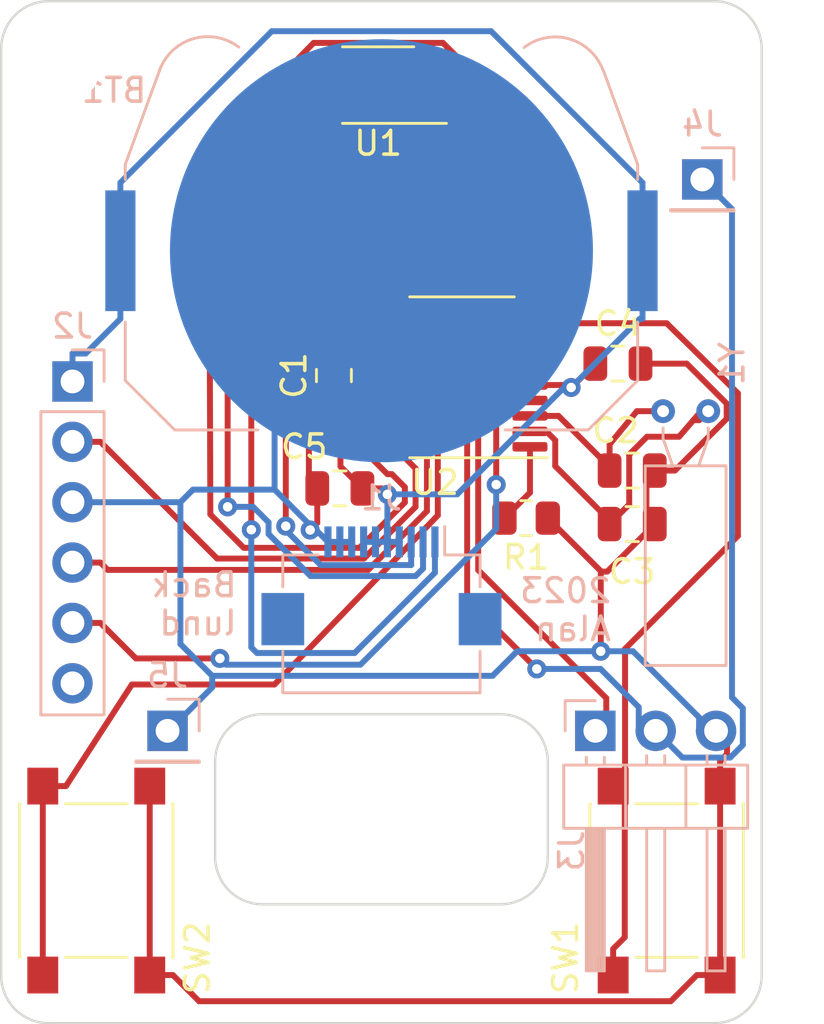
<source format=kicad_pcb>
(kicad_pcb (version 20221018) (generator pcbnew)
  (layers (0 "F.Cu" signal) (31 "B.Cu" signal) (34 "B.Paste" user) (35 "F.Paste" user) (36 "B.SilkS" user "B.Silkscreen") (37 "F.SilkS" user "F.Silkscreen") (38 "B.Mask" user) (39 "F.Mask" user) (44 "Edge.Cuts" user))
  (net 0 "")
  (net 1 "VCC")
  (net 2 "GND")
  (net 3 "Net-(U2-PC14)")
  (net 4 "Net-(U2-PC15)")
  (net 5 "Net-(J1-Pin_1)")
  (net 6 "Net-(J1-Pin_2)")
  (net 7 "Net-(J2-Pin_2)")
  (net 8 "Net-(J2-Pin_4)")
  (net 9 "Net-(J2-Pin_5)")
  (net 10 "Net-(J3-Pin_1)")
  (net 11 "Net-(J3-Pin_2)")
  (net 12 "Net-(U2-BOOT0)")
  (net 13 "Net-(U2-PA3)")
  (net 14 "Net-(U2-PA4)")
  (net 15 "Net-(U1-SDA)")
  (net 16 "Net-(U1-SCL)")
  (net 19 "Net-(J1-Pin_3)")
  (footprint "Capacitor_SMD:C_0805_2012Metric" (layer "F.Cu") (at 114 115.75 90)
    (fp_text reference "C1" (at 0 -1.68 90) (layer "F.SilkS"))
    (fp_text value "0.1u" hide)
    (fp_line (start -0.261252 -0.735) (end 0.261252 -0.735) (stroke (width 0.12)) (layer "F.SilkS"))
    (fp_line (start -0.261252 0.735) (end 0.261252 0.735) (stroke (width 0.12)) (layer "F.SilkS"))
    (pad "1" smd roundrect (at -0.95 0 90) (size 1 1.45) (layers "F.Cu" "F.Paste" "F.Mask") (net 1 "VCC"))
    (pad "2" smd roundrect (at 0.95 0 90) (size 1 1.45) (layers "F.Cu" "F.Paste" "F.Mask") (net 2 "GND"))
  )
  (footprint "Capacitor_SMD:C_0805_2012Metric" (layer "F.Cu") (at 126.55 122)
    (fp_text reference "C3" (at 0 2) (layer "F.SilkS"))
    (fp_text value "12.5p" hide)
    (fp_line (start -0.261252 -0.735) (end 0.261252 -0.735) (stroke (width 0.12)) (layer "F.SilkS"))
    (fp_line (start -0.261252 0.735) (end 0.261252 0.735) (stroke (width 0.12)) (layer "F.SilkS"))
    (pad "1" smd roundrect (at -0.95 0) (size 1 1.45) (layers "F.Cu" "F.Paste" "F.Mask") (net 3 "Net-(U2-PC14)"))
    (pad "2" smd roundrect (at 0.95 0) (size 1 1.45) (layers "F.Cu" "F.Paste" "F.Mask") (net 2 "GND"))
  )
  (footprint "Package_SO:HVSSOP-8-1EP_3x3mm_P0.65mm_EP1.57x1.89mm" (layer "F.Cu") (at 115.86 103.53 180)
    (fp_text reference "U1" (at 0 -2.45) (layer "F.SilkS"))
    (fp_text value "LM75B")
    (fp_line (start 0 -1.61) (end -2.875 -1.61) (stroke (width 0.12)) (layer "F.SilkS"))
    (fp_line (start 0 -1.61) (end 1.5 -1.61) (stroke (width 0.12)) (layer "F.SilkS"))
    (fp_line (start 0 1.61) (end -1.5 1.61) (stroke (width 0.12)) (layer "F.SilkS"))
    (fp_line (start 0 1.61) (end 1.5 1.61) (stroke (width 0.12)) (layer "F.SilkS"))
    (pad "1" smd roundrect (at -2.15 -0.975 180) (size 1.45 0.5) (layers "F.Cu" "F.Paste" "F.Mask") (net 15 "Net-(U1-SDA)"))
    (pad "2" smd roundrect (at -2.15 -0.325 180) (size 1.45 0.5) (layers "F.Cu" "F.Paste" "F.Mask") (net 16 "Net-(U1-SCL)"))
    (pad "3" smd roundrect (at -2.15 0.325 180) (size 1.45 0.5) (layers "F.Cu" "F.Paste" "F.Mask"))
    (pad "4" smd roundrect (at -2.15 0.975 180) (size 1.45 0.5) (layers "F.Cu" "F.Paste" "F.Mask") (net 2 "GND"))
    (pad "5" smd roundrect (at 2.15 0.975 180) (size 1.45 0.5) (layers "F.Cu" "F.Paste" "F.Mask") (net 2 "GND"))
    (pad "6" smd roundrect (at 2.15 0.325 180) (size 1.45 0.5) (layers "F.Cu" "F.Paste" "F.Mask") (net 2 "GND"))
    (pad "7" smd roundrect (at 2.15 -0.325 180) (size 1.45 0.5) (layers "F.Cu" "F.Paste" "F.Mask") (net 2 "GND"))
    (pad "8" smd roundrect (at 2.15 -0.975 180) (size 1.45 0.5) (layers "F.Cu" "F.Paste" "F.Mask") (net 1 "VCC"))
    (pad "9" smd rect (at 0 0 180) (size 1.57 1.89) (layers "F.Cu" "F.Mask"))
  )
  (footprint "Package_SO:TSSOP-20_4.4x6.5mm_P0.65mm" (layer "F.Cu") (at 119.3875 115.825 180)
    (fp_text reference "U2" (at 1.1375 -4.425) (layer "F.SilkS"))
    (fp_text value "STM32L031F6Px" hide)
    (fp_line (start 0 -3.385) (end -3.6 -3.385) (stroke (width 0.12)) (layer "F.SilkS"))
    (fp_line (start 0 -3.385) (end 2.2 -3.385) (stroke (width 0.12)) (layer "F.SilkS"))
    (fp_line (start 0 3.385) (end -2.2 3.385) (stroke (width 0.12)) (layer "F.SilkS"))
    (fp_line (start 0 3.385) (end 2.2 3.385) (stroke (width 0.12)) (layer "F.SilkS"))
    (pad "1" smd roundrect (at -2.8625 -2.925 180) (size 1.475 0.4) (layers "F.Cu" "F.Paste" "F.Mask") (net 12 "Net-(U2-BOOT0)"))
    (pad "2" smd roundrect (at -2.8625 -2.275 180) (size 1.475 0.4) (layers "F.Cu" "F.Paste" "F.Mask") (net 3 "Net-(U2-PC14)"))
    (pad "3" smd roundrect (at -2.8625 -1.625 180) (size 1.475 0.4) (layers "F.Cu" "F.Paste" "F.Mask") (net 4 "Net-(U2-PC15)"))
    (pad "4" smd roundrect (at -2.8625 -0.975 180) (size 1.475 0.4) (layers "F.Cu" "F.Paste" "F.Mask") (net 9 "Net-(J2-Pin_5)"))
    (pad "5" smd roundrect (at -2.8625 -0.325 180) (size 1.475 0.4) (layers "F.Cu" "F.Paste" "F.Mask") (net 1 "VCC"))
    (pad "6" smd roundrect (at -2.8625 0.325 180) (size 1.475 0.4) (layers "F.Cu" "F.Paste" "F.Mask") (net 10 "Net-(J3-Pin_1)"))
    (pad "7" smd roundrect (at -2.8625 0.975 180) (size 1.475 0.4) (layers "F.Cu" "F.Paste" "F.Mask") (net 11 "Net-(J3-Pin_2)"))
    (pad "8" smd roundrect (at -2.8625 1.625 180) (size 1.475 0.4) (layers "F.Cu" "F.Paste" "F.Mask"))
    (pad "9" smd roundrect (at -2.8625 2.275 180) (size 1.475 0.4) (layers "F.Cu" "F.Paste" "F.Mask") (net 13 "Net-(U2-PA3)"))
    (pad "10" smd roundrect (at -2.8625 2.925 180) (size 1.475 0.4) (layers "F.Cu" "F.Paste" "F.Mask") (net 14 "Net-(U2-PA4)"))
    (pad "11" smd roundrect (at 2.8625 2.925 180) (size 1.475 0.4) (layers "F.Cu" "F.Paste" "F.Mask") (net 5 "Net-(J1-Pin_1)"))
    (pad "12" smd roundrect (at 2.8625 2.275 180) (size 1.475 0.4) (layers "F.Cu" "F.Paste" "F.Mask") (net 19 "Net-(J1-Pin_3)"))
    (pad "13" smd roundrect (at 2.8625 1.625 180) (size 1.475 0.4) (layers "F.Cu" "F.Paste" "F.Mask") (net 6 "Net-(J1-Pin_2)"))
    (pad "14" smd roundrect (at 2.8625 0.975 180) (size 1.475 0.4) (layers "F.Cu" "F.Paste" "F.Mask"))
    (pad "15" smd roundrect (at 2.8625 0.325 180) (size 1.475 0.4) (layers "F.Cu" "F.Paste" "F.Mask") (net 2 "GND"))
    (pad "16" smd roundrect (at 2.8625 -0.325 180) (size 1.475 0.4) (layers "F.Cu" "F.Paste" "F.Mask") (net 1 "VCC"))
    (pad "17" smd roundrect (at 2.8625 -0.975 180) (size 1.475 0.4) (layers "F.Cu" "F.Paste" "F.Mask") (net 16 "Net-(U1-SCL)"))
    (pad "18" smd roundrect (at 2.8625 -1.625 180) (size 1.475 0.4) (layers "F.Cu" "F.Paste" "F.Mask") (net 15 "Net-(U1-SDA)"))
    (pad "19" smd roundrect (at 2.8625 -2.275 180) (size 1.475 0.4) (layers "F.Cu" "F.Paste" "F.Mask") (net 8 "Net-(J2-Pin_4)"))
    (pad "20" smd roundrect (at 2.8625 -2.925 180) (size 1.475 0.4) (layers "F.Cu" "F.Paste" "F.Mask") (net 7 "Net-(J2-Pin_2)"))
  )
  (footprint "Button_Switch_SMD:SW_Push_1P1T_NO_6x6mm_H9.5mm" (layer "F.Cu") (at 128 137 90)
    (fp_text reference "SW1" (at -3.25 -4.25 90) (layer "F.SilkS"))
    (fp_text value "Right")
    (fp_line (start -3.23 -3.23) (end 3.23 -3.23) (stroke (width 0.12)) (layer "F.SilkS"))
    (fp_line (start -3.23 -3.2) (end -3.23 -3.23) (stroke (width 0.12)) (layer "F.SilkS"))
    (fp_line (start -3.23 -1.3) (end -3.23 1.3) (stroke (width 0.12)) (layer "F.SilkS"))
    (fp_line (start -3.23 3.23) (end -3.23 3.2) (stroke (width 0.12)) (layer "F.SilkS"))
    (fp_line (start -3.23 3.23) (end 3.23 3.23) (stroke (width 0.12)) (layer "F.SilkS"))
    (fp_line (start 3.23 -3.23) (end 3.23 -3.2) (stroke (width 0.12)) (layer "F.SilkS"))
    (fp_line (start 3.23 -1.3) (end 3.23 1.3) (stroke (width 0.12)) (layer "F.SilkS"))
    (fp_line (start 3.23 3.23) (end 3.23 3.2) (stroke (width 0.12)) (layer "F.SilkS"))
    (pad "1" smd rect (at -3.975 -2.25 90) (size 1.55 1.3) (layers "F.Cu" "F.Paste" "F.Mask") (net 13 "Net-(U2-PA3)"))
    (pad "1" smd rect (at 3.975 -2.25 90) (size 1.55 1.3) (layers "F.Cu" "F.Paste" "F.Mask") (net 13 "Net-(U2-PA3)"))
    (pad "2" smd rect (at -3.975 2.25 90) (size 1.55 1.3) (layers "F.Cu" "F.Paste" "F.Mask") (net 2 "GND"))
    (pad "2" smd rect (at 3.975 2.25 90) (size 1.55 1.3) (layers "F.Cu" "F.Paste" "F.Mask") (net 2 "GND"))
  )
  (footprint "Resistor_SMD:R_0805_2012Metric" (layer "F.Cu") (at 122.0875 121.75 180)
    (fp_text reference "R1" (at 0 -1.65) (layer "F.SilkS"))
    (fp_text value "100k" hide)
    (fp_line (start -0.227064 -0.735) (end 0.227064 -0.735) (stroke (width 0.12)) (layer "F.SilkS"))
    (fp_line (start -0.227064 0.735) (end 0.227064 0.735) (stroke (width 0.12)) (layer "F.SilkS"))
    (pad "1" smd roundrect (at -0.9125 0 180) (size 1.025 1.4) (layers "F.Cu" "F.Paste" "F.Mask") (roundrect_rratio 0.243902439) (net 2 "GND"))
    (pad "2" smd roundrect (at 0.9125 0 180) (size 1.025 1.4) (layers "F.Cu" "F.Paste" "F.Mask") (roundrect_rratio 0.243902439) (net 12 "Net-(U2-BOOT0)"))
  )
  (footprint "Capacitor_SMD:C_0805_2012Metric" (layer "F.Cu") (at 126.55 119.75)
    (fp_text reference "C2" (at -0.7 -1.68) (layer "F.SilkS"))
    (fp_text value "12.5p" hide)
    (fp_line (start -0.261252 -0.735) (end 0.261252 -0.735) (stroke (width 0.12)) (layer "F.SilkS"))
    (fp_line (start -0.261252 0.735) (end 0.261252 0.735) (stroke (width 0.12)) (layer "F.SilkS"))
    (pad "1" smd roundrect (at -0.95 0) (size 1 1.45) (layers "F.Cu" "F.Paste" "F.Mask") (net 4 "Net-(U2-PC15)"))
    (pad "2" smd roundrect (at 0.95 0) (size 1 1.45) (layers "F.Cu" "F.Paste" "F.Mask") (net 2 "GND"))
  )
  (footprint "Button_Switch_SMD:SW_Push_1P1T_NO_6x6mm_H9.5mm" (layer "F.Cu") (at 104 137 90)
    (fp_text reference "SW2" (at -3.25 4.25 90) (layer "F.SilkS"))
    (fp_text value "Left")
    (fp_line (start -3.23 -3.23) (end 3.23 -3.23) (stroke (width 0.12)) (layer "F.SilkS"))
    (fp_line (start -3.23 -3.2) (end -3.23 -3.23) (stroke (width 0.12)) (layer "F.SilkS"))
    (fp_line (start -3.23 -1.3) (end -3.23 1.3) (stroke (width 0.12)) (layer "F.SilkS"))
    (fp_line (start -3.23 3.23) (end -3.23 3.2) (stroke (width 0.12)) (layer "F.SilkS"))
    (fp_line (start -3.23 3.23) (end 3.23 3.23) (stroke (width 0.12)) (layer "F.SilkS"))
    (fp_line (start 3.23 -3.23) (end 3.23 -3.2) (stroke (width 0.12)) (layer "F.SilkS"))
    (fp_line (start 3.23 -1.3) (end 3.23 1.3) (stroke (width 0.12)) (layer "F.SilkS"))
    (fp_line (start 3.23 3.23) (end 3.23 3.2) (stroke (width 0.12)) (layer "F.SilkS"))
    (pad "1" smd rect (at -3.975 -2.25 90) (size 1.55 1.3) (layers "F.Cu" "F.Paste" "F.Mask") (net 14 "Net-(U2-PA4)"))
    (pad "1" smd rect (at 3.975 -2.25 90) (size 1.55 1.3) (layers "F.Cu" "F.Paste" "F.Mask") (net 14 "Net-(U2-PA4)"))
    (pad "2" smd rect (at -3.975 2.25 90) (size 1.55 1.3) (layers "F.Cu" "F.Paste" "F.Mask") (net 2 "GND"))
    (pad "2" smd rect (at 3.975 2.25 90) (size 1.55 1.3) (layers "F.Cu" "F.Paste" "F.Mask") (net 2 "GND"))
  )
  (footprint "MountingHole:MountingHole_2.2mm_M2" (layer "F.Cu") (at 129 103)
    (fp_text reference "REF02" hide)
    (fp_text value "MountingHole_2.2mm_M2" hide)
    (pad "" np_thru_hole circle (at 0 0) (size 2.2 2.2) (drill 2.2) (layers "F&B.Cu" "*.Mask"))
  )
  (footprint "MountingHole:MountingHole_2.2mm_M2" (layer "F.Cu") (at 116 140.25)
    (fp_text reference "REF00" hide)
    (fp_text value "MountingHole_2.2mm_M2" hide)
    (pad "" np_thru_hole circle (at 0 0) (size 2.2 2.2) (drill 2.2) (layers "F&B.Cu" "*.Mask"))
  )
  (footprint "MountingHole:MountingHole_2.2mm_M2" (layer "F.Cu") (at 103 103)
    (fp_text reference "REF01" hide)
    (fp_text value "MountingHole_2.2mm_M2" hide)
    (pad "" np_thru_hole circle (at 0 0) (size 2.2 2.2) (drill 2.2) (layers "F&B.Cu" "*.Mask"))
  )
  (footprint "Capacitor_SMD:C_0805_2012Metric" (layer "F.Cu") (at 125.95 115.25)
    (fp_text reference "C4" (at 0 -1.68) (layer "F.SilkS"))
    (fp_text value "0.1u" hide)
    (fp_line (start -0.261252 -0.735) (end 0.261252 -0.735) (stroke (width 0.12)) (layer "F.SilkS"))
    (fp_line (start -0.261252 0.735) (end 0.261252 0.735) (stroke (width 0.12)) (layer "F.SilkS"))
    (pad "1" smd roundrect (at -0.95 0) (size 1 1.45) (layers "F.Cu" "F.Paste" "F.Mask") (net 1 "VCC"))
    (pad "2" smd roundrect (at 0.95 0) (size 1 1.45) (layers "F.Cu" "F.Paste" "F.Mask") (net 2 "GND"))
  )
  (footprint "Capacitor_SMD:C_0805_2012Metric" (layer "F.Cu") (at 114.25 120.5 180)
    (fp_text reference "C5" (at 1.5 1.75) (layer "F.SilkS"))
    (fp_text value "0.1u" hide)
    (fp_line (start -0.261252 -0.735) (end 0.261252 -0.735) (stroke (width 0.12)) (layer "F.SilkS"))
    (fp_line (start -0.261252 0.735) (end 0.261252 0.735) (stroke (width 0.12)) (layer "F.SilkS"))
    (pad "1" smd roundrect (at -0.95 0 180) (size 1 1.45) (layers "F.Cu" "F.Paste" "F.Mask") (net 1 "VCC"))
    (pad "2" smd roundrect (at 0.95 0 180) (size 1 1.45) (layers "F.Cu" "F.Paste" "F.Mask") (net 2 "GND"))
  )
  (footprint "Connector_FFC-FPC:Hirose_FH12-10S-0.5SH_1x10-1MP_P0.50mm_Horizontal" (layer "B.Cu") (at 116 124.6 180)
    (fp_text reference "J1" (at 0 3.7) (layer "B.SilkS") (effects (justify mirror)))
    (fp_text value "LCD")
    (fp_line (start -4.15 -4.5) (end 4.15 -4.5) (stroke (width 0.12)) (layer "B.SilkS"))
    (fp_line (start -4.15 -2.76) (end -4.15 -4.5) (stroke (width 0.12)) (layer "B.SilkS"))
    (fp_line (start -4.15 1.3) (end -4.15 -0.04) (stroke (width 0.12)) (layer "B.SilkS"))
    (fp_line (start -2.66 1.3) (end -4.15 1.3) (stroke (width 0.12)) (layer "B.SilkS"))
    (fp_line (start -2.66 1.3) (end -2.66 2.5) (stroke (width 0.12)) (layer "B.SilkS"))
    (fp_line (start 2.66 1.3) (end 4.15 1.3) (stroke (width 0.12)) (layer "B.SilkS"))
    (fp_line (start 4.15 -4.5) (end 4.15 -2.76) (stroke (width 0.12)) (layer "B.SilkS"))
    (fp_line (start 4.15 1.3) (end 4.15 -0.04) (stroke (width 0.12)) (layer "B.SilkS"))
    (pad "1" smd rect (at -2.25 1.85 180) (size 0.3 1.3) (layers "B.Cu" "B.Paste" "B.Mask") (net 5 "Net-(J1-Pin_1)"))
    (pad "2" smd rect (at -1.75 1.85 180) (size 0.3 1.3) (layers "B.Cu" "B.Paste" "B.Mask") (net 6 "Net-(J1-Pin_2)"))
    (pad "3" smd rect (at -1.25 1.85 180) (size 0.3 1.3) (layers "B.Cu" "B.Paste" "B.Mask") (net 19 "Net-(J1-Pin_3)"))
    (pad "4" smd rect (at -0.75 1.85 180) (size 0.3 1.3) (layers "B.Cu" "B.Paste" "B.Mask") (net 1 "VCC"))
    (pad "5" smd rect (at -0.25 1.85 180) (size 0.3 1.3) (layers "B.Cu" "B.Paste" "B.Mask") (net 1 "VCC"))
    (pad "6" smd rect (at 0.25 1.85 180) (size 0.3 1.3) (layers "B.Cu" "B.Paste" "B.Mask") (net 1 "VCC"))
    (pad "7" smd rect (at 0.75 1.85 180) (size 0.3 1.3) (layers "B.Cu" "B.Paste" "B.Mask") (net 1 "VCC"))
    (pad "8" smd rect (at 1.25 1.85 180) (size 0.3 1.3) (layers "B.Cu" "B.Paste" "B.Mask") (net 2 "GND"))
    (pad "9" smd rect (at 1.75 1.85 180) (size 0.3 1.3) (layers "B.Cu" "B.Paste" "B.Mask") (net 2 "GND"))
    (pad "10" smd rect (at 2.25 1.85 180) (size 0.3 1.3) (layers "B.Cu" "B.Paste" "B.Mask") (net 2 "GND"))
    (pad "MP" smd rect (at -4.15 -1.4 180) (size 1.8 2.2) (layers "B.Cu" "B.Paste" "B.Mask"))
    (pad "MP" smd rect (at 4.15 -1.4 180) (size 1.8 2.2) (layers "B.Cu" "B.Paste" "B.Mask"))
  )
  (footprint "Connector_PinHeader_2.54mm:PinHeader_1x06_P2.54mm_Vertical" (layer "B.Cu") (at 103 116 180)
    (fp_text reference "J2" (at 0 2.33) (layer "B.SilkS") (effects (justify mirror)))
    (fp_text value "SWD")
    (fp_line (start -1.33 -14.03) (end 1.33 -14.03) (stroke (width 0.12)) (layer "B.SilkS"))
    (fp_line (start -1.33 -1.27) (end -1.33 -14.03) (stroke (width 0.12)) (layer "B.SilkS"))
    (fp_line (start -1.33 -1.27) (end 1.33 -1.27) (stroke (width 0.12)) (layer "B.SilkS"))
    (fp_line (start -1.33 0) (end -1.33 1.33) (stroke (width 0.12)) (layer "B.SilkS"))
    (fp_line (start -1.33 1.33) (end 0 1.33) (stroke (width 0.12)) (layer "B.SilkS"))
    (fp_line (start 1.33 -1.27) (end 1.33 -14.03) (stroke (width 0.12)) (layer "B.SilkS"))
    (pad "1" thru_hole rect (at 0 0 180) (size 1.7 1.7) (drill 1) (layers "*.Cu" "*.Mask") (net 1 "VCC"))
    (pad "2" thru_hole oval (at 0 -2.54 180) (size 1.7 1.7) (drill 1) (layers "*.Cu" "*.Mask") (net 7 "Net-(J2-Pin_2)"))
    (pad "3" thru_hole oval (at 0 -5.08 180) (size 1.7 1.7) (drill 1) (layers "*.Cu" "*.Mask") (net 2 "GND"))
    (pad "4" thru_hole oval (at 0 -7.62 180) (size 1.7 1.7) (drill 1) (layers "*.Cu" "*.Mask") (net 8 "Net-(J2-Pin_4)"))
    (pad "5" thru_hole oval (at 0 -10.16 180) (size 1.7 1.7) (drill 1) (layers "*.Cu" "*.Mask") (net 9 "Net-(J2-Pin_5)"))
    (pad "6" thru_hole oval (at 0 -12.7 180) (size 1.7 1.7) (drill 1) (layers "*.Cu" "*.Mask"))
  )
  (footprint "Crystal:Crystal_C38-LF_D3.0mm_L8.0mm_Horizontal" (layer "B.Cu") (at 129.75 117.25 180)
    (fp_text reference "Y1" (at -1 2 90) (layer "B.SilkS") (effects (justify mirror)))
    (fp_text value "32.768kHz")
    (fp_line (start -0.75 -10.7) (end 2.65 -10.7) (stroke (width 0.12)) (layer "B.SilkS"))
    (fp_line (start -0.75 -2.3) (end -0.75 -10.7) (stroke (width 0.12)) (layer "B.SilkS"))
    (fp_line (start 0 -1.15) (end 0 -0.7) (stroke (width 0.12)) (layer "B.SilkS"))
    (fp_line (start 0.405 -2.3) (end 0 -1.15) (stroke (width 0.12)) (layer "B.SilkS"))
    (fp_line (start 1.495 -2.3) (end 1.9 -1.15) (stroke (width 0.12)) (layer "B.SilkS"))
    (fp_line (start 1.9 -1.15) (end 1.9 -0.7) (stroke (width 0.12)) (layer "B.SilkS"))
    (fp_line (start 2.65 -10.7) (end 2.65 -2.3) (stroke (width 0.12)) (layer "B.SilkS"))
    (fp_line (start 2.65 -2.3) (end -0.75 -2.3) (stroke (width 0.12)) (layer "B.SilkS"))
    (pad "1" thru_hole circle (at 0 0 180) (size 1 1) (drill 0.5) (layers "*.Cu" "*.Mask") (net 3 "Net-(U2-PC14)"))
    (pad "2" thru_hole circle (at 1.9 0 180) (size 1 1) (drill 0.5) (layers "*.Cu" "*.Mask") (net 4 "Net-(U2-PC15)"))
  )
  (footprint "Connector_PinHeader_2.54mm:PinHeader_1x03_P2.54mm_Horizontal" (layer "B.Cu") (at 125 130.7 -90)
    (fp_text reference "J3" (at 5.05 1 90) (layer "B.SilkS") (effects (justify mirror)))
    (fp_text value "Sensors")
    (fp_line (start -1.27 0) (end -1.27 1.27) (stroke (width 0.12)) (layer "B.SilkS"))
    (fp_line (start -1.27 1.27) (end 0 1.27) (stroke (width 0.12)) (layer "B.SilkS"))
    (fp_line (start 1.042929 -5.46) (end 1.44 -5.46) (stroke (width 0.12)) (layer "B.SilkS"))
    (fp_line (start 1.042929 -4.7) (end 1.44 -4.7) (stroke (width 0.12)) (layer "B.SilkS"))
    (fp_line (start 1.042929 -2.92) (end 1.44 -2.92) (stroke (width 0.12)) (layer "B.SilkS"))
    (fp_line (start 1.042929 -2.16) (end 1.44 -2.16) (stroke (width 0.12)) (layer "B.SilkS"))
    (fp_line (start 1.11 -0.38) (end 1.44 -0.38) (stroke (width 0.12)) (layer "B.SilkS"))
    (fp_line (start 1.11 0.38) (end 1.44 0.38) (stroke (width 0.12)) (layer "B.SilkS"))
    (fp_line (start 1.44 -6.41) (end 4.1 -6.41) (stroke (width 0.12)) (layer "B.SilkS"))
    (fp_line (start 1.44 -3.81) (end 4.1 -3.81) (stroke (width 0.12)) (layer "B.SilkS"))
    (fp_line (start 1.44 -1.27) (end 4.1 -1.27) (stroke (width 0.12)) (layer "B.SilkS"))
    (fp_line (start 1.44 1.33) (end 1.44 -6.41) (stroke (width 0.12)) (layer "B.SilkS"))
    (fp_line (start 4.1 -6.41) (end 4.1 1.33) (stroke (width 0.12)) (layer "B.SilkS"))
    (fp_line (start 4.1 -4.7) (end 10.1 -4.7) (stroke (width 0.12)) (layer "B.SilkS"))
    (fp_line (start 4.1 -2.16) (end 10.1 -2.16) (stroke (width 0.12)) (layer "B.SilkS"))
    (fp_line (start 4.1 -0.28) (end 10.1 -0.28) (stroke (width 0.12)) (layer "B.SilkS"))
    (fp_line (start 4.1 -0.16) (end 10.1 -0.16) (stroke (width 0.12)) (layer "B.SilkS"))
    (fp_line (start 4.1 -0.04) (end 10.1 -0.04) (stroke (width 0.12)) (layer "B.SilkS"))
    (fp_line (start 4.1 0.08) (end 10.1 0.08) (stroke (width 0.12)) (layer "B.SilkS"))
    (fp_line (start 4.1 0.2) (end 10.1 0.2) (stroke (width 0.12)) (layer "B.SilkS"))
    (fp_line (start 4.1 0.32) (end 10.1 0.32) (stroke (width 0.12)) (layer "B.SilkS"))
    (fp_line (start 4.1 0.38) (end 10.1 0.38) (stroke (width 0.12)) (layer "B.SilkS"))
    (fp_line (start 4.1 1.33) (end 1.44 1.33) (stroke (width 0.12)) (layer "B.SilkS"))
    (fp_line (start 10.1 -5.46) (end 4.1 -5.46) (stroke (width 0.12)) (layer "B.SilkS"))
    (fp_line (start 10.1 -4.7) (end 10.1 -5.46) (stroke (width 0.12)) (layer "B.SilkS"))
    (fp_line (start 10.1 -2.92) (end 4.1 -2.92) (stroke (width 0.12)) (layer "B.SilkS"))
    (fp_line (start 10.1 -2.16) (end 10.1 -2.92) (stroke (width 0.12)) (layer "B.SilkS"))
    (fp_line (start 10.1 -0.38) (end 4.1 -0.38) (stroke (width 0.12)) (layer "B.SilkS"))
    (fp_line (start 10.1 0.38) (end 10.1 -0.38) (stroke (width 0.12)) (layer "B.SilkS"))
    (pad "1" thru_hole rect (at 0 0 270) (size 1.7 1.7) (drill 1) (layers "*.Cu" "*.Mask") (net 10 "Net-(J3-Pin_1)"))
    (pad "2" thru_hole oval (at 0 -2.54 270) (size 1.7 1.7) (drill 1) (layers "*.Cu" "*.Mask") (net 11 "Net-(J3-Pin_2)"))
    (pad "3" thru_hole oval (at 0 -5.08 270) (size 1.7 1.7) (drill 1) (layers "*.Cu" "*.Mask") (net 2 "GND"))
  )
  (footprint "Connector_PinHeader_2.54mm:PinHeader_1x01_P2.54mm_Vertical" (layer "B.Cu") (at 107 130.7 180)
    (fp_text reference "J5" (at 0 2.33) (layer "B.SilkS") (effects (justify mirror)))
    (fp_text value "Sensor Common" hide)
    (fp_line (start -1.33 -1.33) (end 1.33 -1.33) (stroke (width 0.12)) (layer "B.SilkS"))
    (fp_line (start -1.33 -1.27) (end -1.33 -1.33) (stroke (width 0.12)) (layer "B.SilkS"))
    (fp_line (start -1.33 -1.27) (end 1.33 -1.27) (stroke (width 0.12)) (layer "B.SilkS"))
    (fp_line (start -1.33 0) (end -1.33 1.33) (stroke (width 0.12)) (layer "B.SilkS"))
    (fp_line (start -1.33 1.33) (end 0 1.33) (stroke (width 0.12)) (layer "B.SilkS"))
    (fp_line (start 1.33 -1.27) (end 1.33 -1.33) (stroke (width 0.12)) (layer "B.SilkS"))
    (pad "1" thru_hole rect (at 0 0 180) (size 1.7 1.7) (drill 1) (layers "*.Cu" "*.Mask") (net 2 "GND"))
  )
  (footprint "Connector_PinHeader_2.54mm:PinHeader_1x01_P2.54mm_Vertical" (layer "B.Cu") (at 129.5 107.5 180)
    (fp_text reference "J4" (at 0 2.33) (layer "B.SilkS") (effects (justify mirror)))
    (fp_text value "Pedal Sensor")
    (fp_line (start -1.33 -1.33) (end 1.33 -1.33) (stroke (width 0.12)) (layer "B.SilkS"))
    (fp_line (start -1.33 -1.27) (end -1.33 -1.33) (stroke (width 0.12)) (layer "B.SilkS"))
    (fp_line (start -1.33 -1.27) (end 1.33 -1.27) (stroke (width 0.12)) (layer "B.SilkS"))
    (fp_line (start -1.33 0) (end -1.33 1.33) (stroke (width 0.12)) (layer "B.SilkS"))
    (fp_line (start -1.33 1.33) (end 0 1.33) (stroke (width 0.12)) (layer "B.SilkS"))
    (fp_line (start 1.33 -1.27) (end 1.33 -1.33) (stroke (width 0.12)) (layer "B.SilkS"))
    (pad "1" thru_hole rect (at 0 0 180) (size 1.7 1.7) (drill 1) (layers "*.Cu" "*.Mask") (net 11 "Net-(J3-Pin_2)"))
  )
  (footprint "Battery:BatteryHolder_Keystone_3034_1x20mm" (layer "B.Cu") (at 116 110.5)
    (fp_text reference "BT1" (at -11.25 -6.75) (layer "B.SilkS") (effects (justify mirror)))
    (fp_text value "Battery_Cell" hide)
    (fp_line (start -10.78 -3.63) (end -9.34 -7.58) (stroke (width 0.12)) (layer "B.SilkS"))
    (fp_line (start -10.78 -3) (end -10.78 -3.63) (stroke (width 0.12)) (layer "B.SilkS"))
    (fp_line (start -10.78 5.46) (end -10.78 3) (stroke (width 0.12)) (layer "B.SilkS"))
    (fp_line (start -8.7 7.54) (end -10.78 5.46) (stroke (width 0.12)) (layer "B.SilkS"))
    (fp_line (start -5.2 7.54) (end -8.7 7.54) (stroke (width 0.12)) (layer "B.SilkS"))
    (fp_line (start 8.7 7.54) (end 5.2 7.54) (stroke (width 0.12)) (layer "B.SilkS"))
    (fp_line (start 8.7 7.54) (end 10.78 5.46) (stroke (width 0.12)) (layer "B.SilkS"))
    (fp_line (start 10.78 -3.63) (end 9.34 -7.58) (stroke (width 0.12)) (layer "B.SilkS"))
    (fp_line (start 10.78 -3) (end 10.78 -3.63) (stroke (width 0.12)) (layer "B.SilkS"))
    (fp_line (start 10.78 5.46) (end 10.78 3) (stroke (width 0.12)) (layer "B.SilkS"))
    (fp_arc (start -9.34 -7.58) (mid -7.921654 -8.918738) (end -6.003354 -8.56653) (stroke (width 0.12)) (layer "B.SilkS"))
    (fp_arc (start 6 -8.55) (mid 7.90634 -8.911669) (end 9.325243 -7.588169) (stroke (width 0.12)) (layer "B.SilkS"))
    (pad "1" smd rect (at -10.985 0) (size 1.27 5.08) (layers "B.Cu" "B.Paste" "B.Mask") (net 1 "VCC"))
    (pad "1" smd rect (at 10.985 0) (size 1.27 5.08) (layers "B.Cu" "B.Paste" "B.Mask") (net 1 "VCC"))
    (pad "2" smd circle (at 0 0) (size 17.8 17.8) (layers "B.Cu" "B.Mask") (net 2 "GND"))
  )
  (gr_arc (start 132 141) (mid 131.414214 142.414214) (end 130 143) (stroke (width 0.1)) (layer "Edge.Cuts"))
  (gr_line (start 100 141) (end 100 102) (stroke (width 0.1)) (layer "Edge.Cuts"))
  (gr_arc (start 109 132) (mid 109.585786 130.585786) (end 111 130) (stroke (width 0.1)) (layer "Edge.Cuts"))
  (gr_line (start 102 100) (end 130 100) (stroke (width 0.1)) (layer "Edge.Cuts"))
  (gr_line (start 111 138) (end 121 138) (stroke (width 0.1)) (layer "Edge.Cuts"))
  (gr_arc (start 102 143) (mid 100.585786 142.414214) (end 100 141) (stroke (width 0.1)) (layer "Edge.Cuts"))
  (gr_line (start 132 102) (end 132 141) (stroke (width 0.1)) (layer "Edge.Cuts"))
  (gr_arc (start 130 100) (mid 131.414214 100.585786) (end 132 102) (stroke (width 0.1)) (layer "Edge.Cuts"))
  (gr_line (start 111 130) (end 121 130) (stroke (width 0.1)) (layer "Edge.Cuts"))
  (gr_arc (start 100 102) (mid 100.585786 100.585786) (end 102 100) (stroke (width 0.1)) (layer "Edge.Cuts"))
  (gr_line (start 130 143) (end 102 143) (stroke (width 0.1)) (layer "Edge.Cuts"))
  (gr_line (start 123 132) (end 123 136) (stroke (width 0.1)) (layer "Edge.Cuts"))
  (gr_arc (start 121 130) (mid 122.414214 130.585786) (end 123 132) (stroke (width 0.1)) (layer "Edge.Cuts"))
  (gr_arc (start 111 138) (mid 109.585786 137.414214) (end 109 136) (stroke (width 0.1)) (layer "Edge.Cuts"))
  (gr_arc (start 123 136) (mid 122.414214 137.414214) (end 121 138) (stroke (width 0.1)) (layer "Edge.Cuts"))
  (gr_line (start 109 132) (end 109 136) (stroke (width 0.1)) (layer "Edge.Cuts"))
  (gr_text "Back\nlund" (at 110 126.75) (layer "B.SilkS") (effects (font (size 1 1)) (justify left bottom mirror)))
  (gr_text "2023\nAlan" (at 125.75 127) (layer "B.SilkS") (effects (font (size 1 1)) (justify left bottom mirror)))
  (segment (start 122.25 116.15) (end 124.0854 116.15) (width 0.25) (layer "F.Cu") (net 1))
  (segment (start 116.525 116.15) (end 114.55 116.15) (width 0.25) (layer "F.Cu") (net 1))
  (segment (start 116 120.5) (end 116.25 120.75) (width 0.25) (layer "F.Cu") (net 1))
  (segment (start 114.275 119.575) (end 115.2 120.5) (width 0.25) (layer "F.Cu") (net 1))
  (segment (start 124.1 116.15) (end 125 115.25) (width 0.25) (layer "F.Cu") (net 1))
  (segment (start 124.0854 116.15) (end 124.1 116.15) (width 0.25) (layer "F.Cu") (net 1))
  (segment (start 116.525 116.15) (end 117.2468 116.15) (width 0.25) (layer "F.Cu") (net 1))
  (segment (start 117.2468 116.15) (end 118.5453 114.8515) (width 0.25) (layer "F.Cu") (net 1))
  (segment (start 118.5453 114.8515) (end 118.5453 111.5603) (width 0.25) (layer "F.Cu") (net 1))
  (segment (start 114.55 116.15) (end 114.275 116.425) (width 0.25) (layer "F.Cu") (net 1))
  (segment (start 123.9819 116.2535) (end 124.0854 116.15) (width 0.25) (layer "F.Cu") (net 1))
  (segment (start 114.275 116.425) (end 114 116.7) (width 0.25) (layer "F.Cu") (net 1))
  (segment (start 114.275 116.425) (end 114.275 119.575) (width 0.25) (layer "F.Cu") (net 1))
  (segment (start 118.5453 111.5603) (end 113.71 104.505) (width 0.25) (layer "F.Cu") (net 1))
  (segment (start 115.2 120.5) (end 116 120.5) (width 0.25) (layer "F.Cu") (net 1))
  (via (at 116.25 120.75) (size 0.8) (drill 0.4) (layers "F.Cu" "B.Cu") (net 1))
  (via (at 123.9819 116.2535) (size 0.8) (drill 0.4) (layers "F.Cu" "B.Cu") (net 1))
  (segment (start 126.985 110.5) (end 126.985 113.3651) (width 0.25) (layer "B.Cu") (net 1))
  (segment (start 120.6138 101.2637) (end 111.3862 101.2637) (width 0.25) (layer "B.Cu") (net 1))
  (segment (start 119.187 120.75) (end 123.6835 116.2535) (width 0.25) (layer "B.Cu") (net 1))
  (segment (start 116.25 120.75) (end 119.187 120.75) (width 0.25) (layer "B.Cu") (net 1))
  (segment (start 103 116) (end 103 114.8249) (width 0.25) (layer "B.Cu") (net 1))
  (segment (start 126.985 107.6349) (end 120.6138 101.2637) (width 0.25) (layer "B.Cu") (net 1))
  (segment (start 123.9819 116.2535) (end 126.8703 113.3651) (width 0.25) (layer "B.Cu") (net 1))
  (segment (start 111.3862 101.2637) (end 105.015 107.6349) (width 0.25) (layer "B.Cu") (net 1))
  (segment (start 116.25 122.75) (end 116.75 122.75) (width 0.25) (layer "B.Cu") (net 1))
  (segment (start 116.25 122.75) (end 115.75 122.75) (width 0.25) (layer "B.Cu") (net 1))
  (segment (start 105.015 110.5) (end 105.015 107.6349) (width 0.25) (layer "B.Cu") (net 1))
  (segment (start 103.5552 114.8249) (end 103 114.8249) (width 0.25) (layer "B.Cu") (net 1))
  (segment (start 126.8703 113.3651) (end 126.985 113.3651) (width 0.25) (layer "B.Cu") (net 1))
  (segment (start 123.6835 116.2535) (end 123.9819 116.2535) (width 0.25) (layer "B.Cu") (net 1))
  (segment (start 115.75 122.75) (end 115.25 122.75) (width 0.25) (layer "B.Cu") (net 1))
  (segment (start 105.015 110.5) (end 105.015 113.3651) (width 0.25) (layer "B.Cu") (net 1))
  (segment (start 126.985 110.5) (end 126.985 107.6349) (width 0.25) (layer "B.Cu") (net 1))
  (segment (start 105.015 113.3651) (end 103.5552 114.8249) (width 0.25) (layer "B.Cu") (net 1))
  (segment (start 116.25 120.75) (end 116.25 122.75) (width 0.25) (layer "B.Cu") (net 1))
  (segment (start 123 121.75) (end 125.2282 123.9782) (width 0.25) (layer "F.Cu") (net 2))
  (segment (start 127.15 119.25) (end 127.15 121.5) (width 0.25) (layer "F.Cu") (net 2))
  (segment (start 125.2282 123.9782) (end 125.2282 127.3518) (width 0.25) (layer "F.Cu") (net 2))
  (segment (start 125.5 124) (end 125.25 124) (width 0.25) (layer "F.Cu") (net 2))
  (segment (start 130.525 116.928984) (end 130.525 117.571016) (width 0.25) (layer "F.Cu") (net 2))
  (segment (start 130.2902 131.9249) (end 130.25 131.9249) (width 0.25) (layer "F.Cu") (net 2))
  (segment (start 117.7148 102.2598) (end 118.01 102.555) (width 0.25) (layer "F.Cu") (net 2))
  (segment (start 126.9 115.25) (end 128.846016 115.25) (width 0.25) (layer "F.Cu") (net 2))
  (segment (start 114.0052 102.2598) (end 117.7148 102.2598) (width 0.25) (layer "F.Cu") (net 2))
  (segment (start 128.846016 115.25) (end 130.525 116.928984) (width 0.25) (layer "F.Cu") (net 2))
  (segment (start 117.2226 115.5) (end 118.0779 114.6447) (width 0.25) (layer "F.Cu") (net 2))
  (segment (start 130.54 130.5) (end 130.54 131.6751) (width 0.25) (layer "F.Cu") (net 2))
  (segment (start 113.71 103.855) (end 113.71 103.205) (width 0.25) (layer "F.Cu") (net 2))
  (segment (start 130.25 133.025) (end 130.25 131.9249) (width 0.25) (layer "F.Cu") (net 2))
  (segment (start 113.3 120.5) (end 113.3 121.95) (width 0.25) (layer "F.Cu") (net 2))
  (segment (start 130.54 131.6751) (end 130.2902 131.9249) (width 0.25) (layer "F.Cu") (net 2))
  (segment (start 112.6382 104.8122) (end 112.6382 104.2107) (width 0.25) (layer "F.Cu") (net 2))
  (segment (start 116.525 115.5) (end 117.2226 115.5) (width 0.25) (layer "F.Cu") (net 2))
  (segment (start 130.25 133.025) (end 130.25 140.975) (width 0.25) (layer "F.Cu") (net 2))
  (segment (start 128.346016 119.75) (end 127.5 119.75) (width 0.25) (layer "F.Cu") (net 2))
  (segment (start 130.525 117.571016) (end 128.346016 119.75) (width 0.25) (layer "F.Cu") (net 2))
  (segment (start 112.6382 104.2107) (end 112.9939 103.855) (width 0.25) (layer "F.Cu") (net 2))
  (segment (start 113.3 121.95) (end 113 122.25) (width 0.25) (layer "F.Cu") (net 2))
  (segment (start 127.5 122) (end 125.5 124) (width 0.25) (layer "F.Cu") (net 2))
  (segment (start 112.9939 103.855) (end 113.71 103.855) (width 0.25) (layer "F.Cu") (net 2))
  (segment (start 113.71 103.205) (end 113.71 102.555) (width 0.25) (layer "F.Cu") (net 2))
  (segment (start 112.9463 115.8537) (end 114 114.8) (width 0.25) (layer "F.Cu") (net 2))
  (segment (start 130.25 140.975) (end 129.2749 140.975) (width 0.25) (layer "F.Cu") (net 2))
  (segment (start 113.3 120.5) (end 112.9463 120.1463) (width 0.25) (layer "F.Cu") (net 2))
  (segment (start 128.1747 142.0752) (end 108.3253 142.0752) (width 0.25) (layer "F.Cu") (net 2))
  (segment (start 114.7 115.5) (end 114 114.8) (width 0.25) (layer "F.Cu") (net 2))
  (segment (start 112.9463 120.1463) (end 112.9463 115.8537) (width 0.25) (layer "F.Cu") (net 2))
  (segment (start 118.0779 112.4719) (end 112.6382 104.8122) (width 0.25) (layer "F.Cu") (net 2))
  (segment (start 108.3253 142.0752) (end 107.2251 140.975) (width 0.25) (layer "F.Cu") (net 2))
  (segment (start 118.0779 114.6447) (end 118.0779 112.4719) (width 0.25) (layer "F.Cu") (net 2))
  (segment (start 106.25 140.975) (end 107.2251 140.975) (width 0.25) (layer "F.Cu") (net 2))
  (segment (start 116.525 115.5) (end 114.7 115.5) (width 0.25) (layer "F.Cu") (net 2))
  (segment (start 106.25 133.025) (end 106.25 140.975) (width 0.25) (layer "F.Cu") (net 2))
  (segment (start 113.71 102.555) (end 114.0052 102.2598) (width 0.25) (layer "F.Cu") (net 2))
  (segment (start 129.2749 140.975) (end 128.1747 142.0752) (width 0.25) (layer "F.Cu") (net 2))
  (via (at 125.2282 127.3518) (size 0.8) (drill 0.4) (layers "F.Cu" "B.Cu") (net 2))
  (via (at 113 122.25) (size 0.8) (drill 0.4) (layers "F.Cu" "B.Cu") (net 2))
  (segment (start 129.3649 130.1348) (end 126.582 127.3519) (width 0.25) (layer "B.Cu") (net 2))
  (segment (start 113.75 122.75) (end 114.25 122.75) (width 0.25) (layer "B.Cu") (net 2))
  (segment (start 107.5414 127.0475) (end 108.8795 128.3856) (width 0.25) (layer "B.Cu") (net 2))
  (segment (start 121.7094 127.3518) (end 125.2282 127.3518) (width 0.25) (layer "B.Cu") (net 2))
  (segment (start 104.1751 121.08) (end 107.5414 121.08) (width 0.25) (layer "B.Cu") (net 2))
  (segment (start 111.5036 120.5508) (end 108.0706 120.5508) (width 0.25) (layer "B.Cu") (net 2))
  (segment (start 129.3649 130.5) (end 129.3649 130.1348) (width 0.25) (layer "B.Cu") (net 2))
  (segment (start 126.582 127.3519) (end 125.2282 127.3519) (width 0.25) (layer "B.Cu") (net 2))
  (segment (start 113.125 122.25) (end 113.25 122.25) (width 0.25) (layer "B.Cu") (net 2))
  (segment (start 113.125 122.1722) (end 111.5036 120.5508) (width 0.25) (layer "B.Cu") (net 2))
  (segment (start 114.25 122.75) (end 114.75 122.75) (width 0.25) (layer "B.Cu") (net 2))
  (segment (start 116 110.5) (end 111.5036 114.9964) (width 0.25) (layer "B.Cu") (net 2))
  (segment (start 113.125 122.25) (end 113.125 122.1722) (width 0.25) (layer "B.Cu") (net 2))
  (segment (start 107.5414 121.08) (end 107.5414 127.0475) (width 0.25) (layer "B.Cu") (net 2))
  (segment (start 125.2282 127.3519) (end 125.2282 127.3518) (width 0.25) (layer "B.Cu") (net 2))
  (segment (start 107 130.7) (end 107.05 130.7) (width 0.25) (layer "B.Cu") (net 2))
  (segment (start 108.0706 120.5508) (end 107.5414 121.08) (width 0.25) (layer "B.Cu") (net 2))
  (segment (start 108.8795 128.8705) (end 108.8795 128.3856) (width 0.25) (layer "B.Cu") (net 2))
  (segment (start 130.54 130.5) (end 129.3649 130.5) (width 0.25) (layer "B.Cu") (net 2))
  (segment (start 113.25 122.25) (end 113.75 122.75) (width 0.25) (layer "B.Cu") (net 2))
  (segment (start 111.5036 114.9964) (end 111.5036 120.5508) (width 0.25) (layer "B.Cu") (net 2))
  (segment (start 120.6756 128.3856) (end 121.7094 127.3518) (width 0.25) (layer "B.Cu") (net 2))
  (segment (start 108.8795 128.3856) (end 120.6756 128.3856) (width 0.25) (layer "B.Cu") (net 2))
  (segment (start 113 122.25) (end 113.125 122.25) (width 0.25) (layer "B.Cu") (net 2))
  (segment (start 107.05 130.7) (end 108.8795 128.8705) (width 0.25) (layer "B.Cu") (net 2))
  (segment (start 103 121.08) (end 104.1751 121.08) (width 0.25) (layer "B.Cu") (net 2))
  (segment (start 129.37375 117.62625) (end 129.75 117.25) (width 0.25) (layer "F.Cu") (net 3))
  (segment (start 122.939 118.1) (end 122.25 118.1) (width 0.25) (layer "F.Cu") (net 3))
  (segment (start 125.25 121.5) (end 123.312 119.562) (width 0.25) (layer "F.Cu") (net 3))
  (segment (start 128.525 118.325) (end 127.175 118.325) (width 0.25) (layer "F.Cu") (net 3))
  (segment (start 123.312 119.562) (end 123.312 118.474) (width 0.25) (layer "F.Cu") (net 3))
  (segment (start 129.12625 117.62625) (end 129.37375 117.62625) (width 0.25) (layer "F.Cu") (net 3))
  (segment (start 123.312 118.474) (end 122.939 118.1) (width 0.25) (layer "F.Cu") (net 3))
  (segment (start 126.425 121.175) (end 125.6 122) (width 0.25) (layer "F.Cu") (net 3))
  (segment (start 129.45 117.25) (end 129.12625 117.62625) (width 0.25) (layer "F.Cu") (net 3))
  (segment (start 129.12625 117.62625) (end 128.525 118.325) (width 0.25) (layer "F.Cu") (net 3))
  (segment (start 127.175 118.325) (end 126.425 119.075) (width 0.25) (layer "F.Cu") (net 3))
  (segment (start 126.425 119.075) (end 126.425 121.175) (width 0.25) (layer "F.Cu") (net 3))
  (segment (start 125.25 119.25) (end 123.45 117.45) (width 0.25) (layer "F.Cu") (net 4))
  (segment (start 125.6 119.75) (end 125.6 118.642894) (width 0.25) (layer "F.Cu") (net 4))
  (segment (start 125.6 118.642894) (end 126.75 117.25) (width 0.25) (layer "F.Cu") (net 4))
  (segment (start 123.45 117.45) (end 122.25 117.45) (width 0.25) (layer "F.Cu") (net 4))
  (segment (start 126.75 117.25) (end 127.85 117.25) (width 0.25) (layer "F.Cu") (net 4))
  (segment (start 113.6982 112.9) (end 110.5243 116.0739) (width 0.25) (layer "F.Cu") (net 5))
  (segment (start 110.5243 116.0739) (end 110.5243 122.2384) (width 0.25) (layer "F.Cu") (net 5))
  (segment (start 116.525 112.9) (end 113.6982 112.9) (width 0.25) (layer "F.Cu") (net 5))
  (via (at 110.5243 122.2384) (size 0.8) (drill 0.4) (layers "F.Cu" "B.Cu") (net 5))
  (segment (start 118.25 124.0447) (end 114.8695 127.4252) (width 0.25) (layer "B.Cu") (net 5))
  (segment (start 110.7608 127.4252) (end 110.5243 127.1887) (width 0.25) (layer "B.Cu") (net 5))
  (segment (start 114.8695 127.4252) (end 110.7608 127.4252) (width 0.25) (layer "B.Cu") (net 5))
  (segment (start 110.5243 127.1887) (end 110.5243 122.2384) (width 0.25) (layer "B.Cu") (net 5))
  (segment (start 118.25 122.75) (end 118.25 124.0447) (width 0.25) (layer "B.Cu") (net 5))
  (segment (start 117.2818 112.3125) (end 117.6277 112.6584) (width 0.25) (layer "F.Cu") (net 6))
  (segment (start 113.6232 112.3125) (end 117.2818 112.3125) (width 0.25) (layer "F.Cu") (net 6))
  (segment (start 109.5286 121.2764) (end 109.5286 116.4071) (width 0.25) (layer "F.Cu") (net 6))
  (segment (start 117.2588 114.2) (end 116.525 114.2) (width 0.25) (layer "F.Cu") (net 6))
  (segment (start 109.5286 116.4071) (end 113.6232 112.3125) (width 0.25) (layer "F.Cu") (net 6))
  (segment (start 117.6277 113.8311) (end 117.2588 114.2) (width 0.25) (layer "F.Cu") (net 6))
  (segment (start 117.6277 112.6584) (end 117.6277 113.8311) (width 0.25) (layer "F.Cu") (net 6))
  (via (at 109.5286 121.2764) (size 0.8) (drill 0.4) (layers "F.Cu" "B.Cu") (net 6))
  (segment (start 117.4361 124.1875) (end 113.0182 124.1875) (width 0.25) (layer "B.Cu") (net 6))
  (segment (start 117.75 122.75) (end 117.75 123.8736) (width 0.25) (layer "B.Cu") (net 6))
  (segment (start 111.2494 121.9237) (end 110.6021 121.2764) (width 0.25) (layer "B.Cu") (net 6))
  (segment (start 117.75 123.8736) (end 117.4361 124.1875) (width 0.25) (layer "B.Cu") (net 6))
  (segment (start 111.2494 122.4187) (end 111.2494 121.9237) (width 0.25) (layer "B.Cu") (net 6))
  (segment (start 113.0182 124.1875) (end 111.2494 122.4187) (width 0.25) (layer "B.Cu") (net 6))
  (segment (start 110.6021 121.2764) (end 109.5286 121.2764) (width 0.25) (layer "B.Cu") (net 6))
  (segment (start 104.1751 118.54) (end 109.0854 123.4503) (width 0.25) (layer "F.Cu") (net 7))
  (segment (start 109.0854 123.4503) (end 115.2621 123.4503) (width 0.25) (layer "F.Cu") (net 7))
  (segment (start 115.2621 123.4503) (end 116.7312 121.9812) (width 0.25) (layer "F.Cu") (net 7))
  (segment (start 117.435 121.2774) (end 117.435 119.66) (width 0.25) (layer "F.Cu") (net 7))
  (segment (start 116.7312 121.9812) (end 117.435 121.2774) (width 0.25) (layer "F.Cu") (net 7))
  (segment (start 117.435 119.66) (end 116.525 118.75) (width 0.25) (layer "F.Cu") (net 7))
  (segment (start 103 118.54) (end 104.1751 118.54) (width 0.25) (layer "F.Cu") (net 7))
  (segment (start 117.2364 118.1) (end 116.525 118.1) (width 0.25) (layer "F.Cu") (net 8))
  (segment (start 103 123.62) (end 104.1751 123.62) (width 0.25) (layer "F.Cu") (net 8))
  (segment (start 104.1751 123.62) (end 104.4829 123.9278) (width 0.25) (layer "F.Cu") (net 8))
  (segment (start 117.914 121.4555) (end 117.914 118.7776) (width 0.25) (layer "F.Cu") (net 8))
  (segment (start 115.4417 123.9278) (end 117.914 121.4555) (width 0.25) (layer "F.Cu") (net 8))
  (segment (start 117.914 118.7776) (end 117.2364 118.1) (width 0.25) (layer "F.Cu") (net 8))
  (segment (start 104.4829 123.9278) (end 115.4417 123.9278) (width 0.25) (layer "F.Cu") (net 8))
  (segment (start 120.829 117.5277) (end 121.5567 116.8) (width 0.25) (layer "F.Cu") (net 9))
  (segment (start 104.1751 126.16) (end 105.6684 127.6533) (width 0.25) (layer "F.Cu") (net 9))
  (segment (start 105.6684 127.6533) (end 109.2017 127.6533) (width 0.25) (layer "F.Cu") (net 9))
  (segment (start 103 126.16) (end 104.1751 126.16) (width 0.25) (layer "F.Cu") (net 9))
  (segment (start 120.829 120.3403) (end 120.829 117.5277) (width 0.25) (layer "F.Cu") (net 9))
  (segment (start 121.5567 116.8) (end 122.25 116.8) (width 0.25) (layer "F.Cu") (net 9))
  (via (at 120.829 120.3403) (size 0.8) (drill 0.4) (layers "F.Cu" "B.Cu") (net 9))
  (via (at 109.2017 127.6533) (size 0.8) (drill 0.4) (layers "F.Cu" "B.Cu") (net 9))
  (segment (start 120.829 122.2047) (end 120.829 120.3403) (width 0.25) (layer "B.Cu") (net 9))
  (segment (start 115.1172 127.9165) (end 120.829 122.2047) (width 0.25) (layer "B.Cu") (net 9))
  (segment (start 109.2017 127.6533) (end 109.4649 127.9165) (width 0.25) (layer "B.Cu") (net 9))
  (segment (start 109.4649 127.9165) (end 115.1172 127.9165) (width 0.25) (layer "B.Cu") (net 9))
  (segment (start 125.46 129.3249) (end 120.0707 123.9356) (width 0.25) (layer "F.Cu") (net 10))
  (segment (start 125.46 130.5) (end 125.46 129.3249) (width 0.25) (layer "F.Cu") (net 10))
  (segment (start 120.0707 123.9356) (end 120.0707 116.9816) (width 0.25) (layer "F.Cu") (net 10))
  (segment (start 120.0707 116.9816) (end 121.5523 115.5) (width 0.25) (layer "F.Cu") (net 10))
  (segment (start 121.5523 115.5) (end 122.25 115.5) (width 0.25) (layer "F.Cu") (net 10))
  (segment (start 121.5174 114.85) (end 122.25 114.85) (width 0.25) (layer "F.Cu") (net 11))
  (segment (start 122.5375 128.0957) (end 119.6064 125.1646) (width 0.25) (layer "F.Cu") (net 11))
  (segment (start 119.6064 125.1646) (end 119.6064 116.761) (width 0.25) (layer "F.Cu") (net 11))
  (segment (start 119.6064 116.761) (end 121.5174 114.85) (width 0.25) (layer "F.Cu") (net 11))
  (via (at 122.5375 128.0957) (size 0.8) (drill 0.4) (layers "F.Cu" "B.Cu") (net 11))
  (segment (start 130.75 108.75) (end 129.5 107.5) (width 0.25) (layer "B.Cu") (net 11))
  (segment (start 131.205 131.295) (end 131.205 129.75) (width 0.25) (layer "B.Cu") (net 11))
  (segment (start 126.8249 129.7021) (end 126.8249 130.5) (width 0.25) (layer "B.Cu") (net 11))
  (segment (start 122.5375 128.0957) (end 125.2185 128.0957) (width 0.25) (layer "B.Cu") (net 11))
  (segment (start 127.54 130.7) (end 128.665 131.825) (width 0.25) (layer "B.Cu") (net 11))
  (segment (start 130.675 131.825) (end 131.205 131.295) (width 0.25) (layer "B.Cu") (net 11))
  (segment (start 131.205 129.75) (end 130.75 129.295) (width 0.25) (layer "B.Cu") (net 11))
  (segment (start 125.2185 128.0957) (end 126.8249 129.7021) (width 0.25) (layer "B.Cu") (net 11))
  (segment (start 128 130.5) (end 126.8249 130.5) (width 0.25) (layer "B.Cu") (net 11))
  (segment (start 130.75 129.295) (end 130.75 108.75) (width 0.25) (layer "B.Cu") (net 11))
  (segment (start 128.665 131.825) (end 130.675 131.825) (width 0.25) (layer "B.Cu") (net 11))
  (segment (start 122.25 118.75) (end 122.25 120.675) (width 0.25) (layer "F.Cu") (net 12))
  (segment (start 122.25 120.675) (end 121.175 121.75) (width 0.25) (layer "F.Cu") (net 12))
  (segment (start 126.2376 133.025) (end 126.2376 139.3873) (width 0.25) (layer "F.Cu") (net 13))
  (segment (start 125.75 133.025) (end 126.2376 133.025) (width 0.25) (layer "F.Cu") (net 13))
  (segment (start 131 122.5) (end 131 116.5) (width 0.25) (layer "F.Cu") (net 13))
  (segment (start 125.75 140.975) (end 125.75 139.8749) (width 0.25) (layer "F.Cu") (net 13))
  (segment (start 126.25 127.25) (end 131 122.5) (width 0.25) (layer "F.Cu") (net 13))
  (segment (start 126.25 133.0126) (end 126.25 127.25) (width 0.25) (layer "F.Cu") (net 13))
  (segment (start 126.2376 133.025) (end 126.25 133.0126) (width 0.25) (layer "F.Cu") (net 13))
  (segment (start 128 113.55) (end 122.25 113.55) (width 0.25) (layer "F.Cu") (net 13))
  (segment (start 131 116.5) (end 128 113.55) (width 0.25) (layer "F.Cu") (net 13))
  (segment (start 126.2376 139.3873) (end 125.75 139.8749) (width 0.25) (layer "F.Cu") (net 13))
  (segment (start 101.75 140.975) (end 101.75 133.025) (width 0.25) (layer "F.Cu") (net 14))
  (segment (start 101.75 133.025) (end 102.7251 133.025) (width 0.25) (layer "F.Cu") (net 14))
  (segment (start 120.4293 114.0149) (end 121.5442 112.9) (width 0.25) (layer "F.Cu") (net 14))
  (segment (start 105.5 128.75) (end 111.5 128.75) (width 0.25) (layer "F.Cu") (net 14))
  (segment (start 102.7251 133.025) (end 105.5 128.75) (width 0.25) (layer "F.Cu") (net 14))
  (segment (start 118.3716 121.6346) (end 118.3716 116.3013) (width 0.25) (layer "F.Cu") (net 14))
  (segment (start 120.4293 114.2436) (end 120.4293 114.0149) (width 0.25) (layer "F.Cu") (net 14))
  (segment (start 118.3716 116.3013) (end 120.4293 114.2436) (width 0.25) (layer "F.Cu") (net 14))
  (segment (start 111.5 128.75) (end 118.3716 121.6346) (width 0.25) (layer "F.Cu") (net 14))
  (segment (start 121.5442 112.9) (end 122.25 112.9) (width 0.25) (layer "F.Cu") (net 14))
  (segment (start 119.54 106.035) (end 118.01 104.505) (width 0.25) (layer "F.Cu") (net 15))
  (segment (start 117.2144 117.45) (end 117.588 117.0764) (width 0.25) (layer "F.Cu") (net 15))
  (segment (start 117.588 116.448) (end 119.54 114.496) (width 0.25) (layer "F.Cu") (net 15))
  (segment (start 116.525 117.45) (end 117.2144 117.45) (width 0.25) (layer "F.Cu") (net 15))
  (segment (start 117.588 117.0764) (end 117.588 116.448) (width 0.25) (layer "F.Cu") (net 15))
  (segment (start 119.54 114.496) (end 119.54 106.035) (width 0.25) (layer "F.Cu") (net 15))
  (segment (start 108.801 121.5937) (end 108.75 106.25) (width 0.25) (layer "F.Cu") (net 16))
  (segment (start 116.9848 120.4461) (end 116.9848 121.0909) (width 0.25) (layer "F.Cu") (net 16))
  (segment (start 115.0756 123.0001) (end 110.2074 123.0001) (width 0.25) (layer "F.Cu") (net 16))
  (segment (start 113.1452 101.7547) (end 118.5892 101.7547) (width 0.25) (layer "F.Cu") (net 16))
  (segment (start 116.9848 121.0909) (end 115.0756 123.0001) (width 0.25) (layer "F.Cu") (net 16))
  (segment (start 115.4403 119.0881) (end 116.2514 119.8992) (width 0.25) (layer "F.Cu") (net 16))
  (segment (start 118.5892 101.7547) (end 119.0977 102.2632) (width 0.25) (layer "F.Cu") (net 16))
  (segment (start 119.0977 103.4996) (end 118.7423 103.855) (width 0.25) (layer "F.Cu") (net 16))
  (segment (start 115.4403 117.1886) (end 115.4403 119.0881) (width 0.25) (layer "F.Cu") (net 16))
  (segment (start 116.525 116.8) (end 115.8289 116.8) (width 0.25) (layer "F.Cu") (net 16))
  (segment (start 110.2074 123.0001) (end 108.801 121.5937) (width 0.25) (layer "F.Cu") (net 16))
  (segment (start 108.75 106.25) (end 113.1452 101.7547) (width 0.25) (layer "F.Cu") (net 16))
  (segment (start 116.4379 119.8992) (end 116.9848 120.4461) (width 0.25) (layer "F.Cu") (net 16))
  (segment (start 115.8289 116.8) (end 115.4403 117.1886) (width 0.25) (layer "F.Cu") (net 16))
  (segment (start 116.2514 119.8992) (end 116.4379 119.8992) (width 0.25) (layer "F.Cu") (net 16))
  (segment (start 119.0977 102.2632) (end 119.0977 103.4996) (width 0.25) (layer "F.Cu") (net 16))
  (segment (start 118.7423 103.855) (end 118.01 103.855) (width 0.25) (layer "F.Cu") (net 16))
  (segment (start 111.9746 115.2603) (end 111.9746 122.0877) (width 0.25) (layer "F.Cu") (net 19))
  (segment (start 113.6849 113.55) (end 111.9746 115.2603) (width 0.25) (layer "F.Cu") (net 19))
  (segment (start 116.525 113.55) (end 113.6849 113.55) (width 0.25) (layer "F.Cu") (net 19))
  (via (at 111.9746 122.0877) (size 0.8) (drill 0.4) (layers "F.Cu" "B.Cu") (net 19))
  (segment (start 117.25 123.7251) (end 113.4414 123.7251) (width 0.25) (layer "B.Cu") (net 19))
  (segment (start 113.4414 123.7251) (end 111.9746 122.2583) (width 0.25) (layer "B.Cu") (net 19))
  (segment (start 111.9746 122.2583) (end 111.9746 122.0877) (width 0.25) (layer "B.Cu") (net 19))
  (segment (start 117.25 122.75) (end 117.25 123.7251) (width 0.25) (layer "B.Cu") (net 19))
)
</source>
